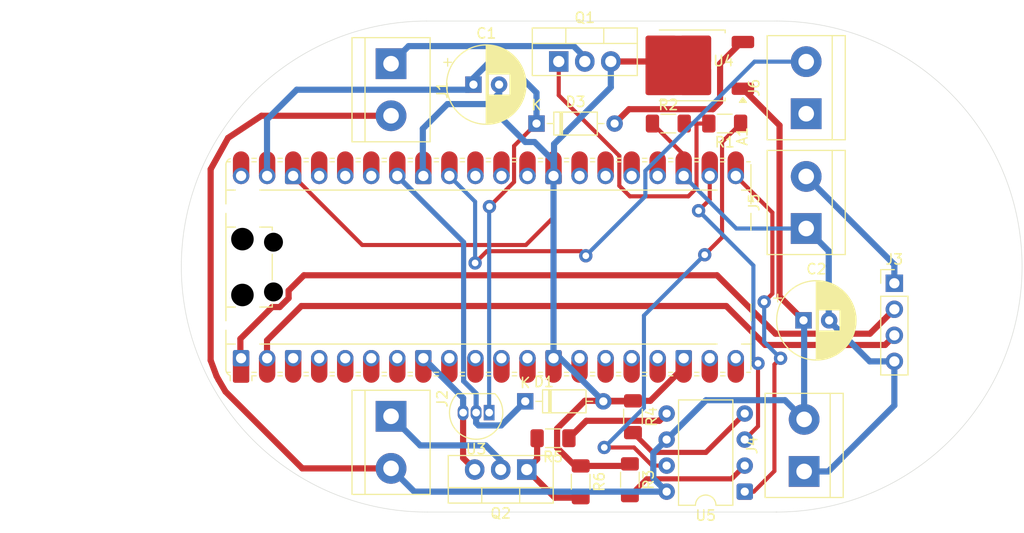
<source format=kicad_pcb>
(kicad_pcb (version 20241229) (generator "pcbnew") (generator_version "9.0")
  (layers (0 "F.Cu" signal) (2 "B.Cu" signal) (13 "F.Paste" user) (15 "B.Paste" user) (5 "F.SilkS" user "F.Silkscreen") (7 "B.SilkS" user "B.Silkscreen") (1 "F.Mask" user) (3 "B.Mask" user) (25 "Edge.Cuts" user))
  (net 0 "")
  (net 1 "GND")
  (net 2 "Net-(Q1-G)")
  (net 3 "Net-(R1-Pad1)")
  (net 10 "Net-(A1-GPIO16)")
  (net 14 "Net-(A1-GPIO17)")
  (net 19 "Net-(A1-GPIO1)")
  (net 20 "Net-(A1-GPIO26_ADC0)")
  (net 24 "Net-(A1-GPIO0)")
  (net 25 "Net-(A1-VSYS)")
  (net 28 "Net-(A1-GPIO27_ADC1)")
  (net 29 "Net-(A1-GPIO28_ADC2)")
  (net 34 "Net-(A1-3V3)")
  (net 36 "+24V")
  (net 37 "Net-(D3-A)")
  (net 38 "Net-(J1-Pin_1)")
  (net 39 "Net-(J2-Pin_1)")
  (net 40 "Net-(Q2-G)")
  (net 41 "Net-(R3-Pad2)")
  (net 42 "Net-(R4-Pad2)")
  (net 43 "Net-(R5-Pad1)")
  (footprint "Capacitor_THT:CP_Radial_D7.5mm_P2.50mm" (layer "F.Cu") (at 164.238606 100.7)
    (property "Reference" "C2" (at 1.25 -5 0) (layer "F.SilkS"))
    (property "Value" "100µF30V")
    (pad "1" thru_hole rect (at 0 0) (size 1.6 1.6) (drill 0.8) (layers "*.Cu" "*.Mask") (net 36 "+24V"))
    (pad "2" thru_hole circle (at 2.5 0) (size 1.6 1.6) (drill 0.8) (layers "*.Cu" "*.Mask") (net 1 "GND"))
  )
  (footprint "Package_TO_SOT_THT:TO-92_Inline" (layer "F.Cu") (at 133.57 109.7 180)
    (property "Reference" "U3" (at 1.27 -3.56 0) (layer "F.SilkS"))
    (property "Value" "LM35-LP")
    (pad "1" thru_hole rect (at 0 0 180) (size 1.05 1.5) (drill 0.75) (layers "*.Cu" "*.Mask") (net 25 "Net-(A1-VSYS)"))
    (pad "2" thru_hole oval (at 1.27 0 180) (size 1.05 1.5) (drill 0.75) (layers "*.Cu" "*.Mask") (net 29 "Net-(A1-GPIO28_ADC2)"))
    (pad "3" thru_hole oval (at 2.54 0 180) (size 1.05 1.5) (drill 0.75) (layers "*.Cu" "*.Mask") (net 1 "GND"))
  )
  (footprint "Resistor_SMD:R_1206_3216Metric_Pad1.30x1.75mm_HandSolder" (layer "F.Cu") (at 156.55 81.5 180)
    (property "Reference" "R1" (at 0 -1.82 0) (layer "F.SilkS"))
    (property "Value" "100")
    (pad "1" smd roundrect (at -1.55 0 180) (size 1.3 1.75) (layers "F.Cu" "F.Mask" "F.Paste") (roundrect_rratio 0.192308) (net 3 "Net-(R1-Pad1)"))
    (pad "2" smd roundrect (at 1.55 0 180) (size 1.3 1.75) (layers "F.Cu" "F.Mask" "F.Paste") (roundrect_rratio 0.192308) (net 2 "Net-(Q1-G)"))
  )
  (footprint "Diode_THT:D_DO-35_SOD27_P7.62mm_Horizontal" (layer "F.Cu") (at 138.19 81.5)
    (property "Reference" "D3" (at 3.81 -2.12 0) (layer "F.SilkS"))
    (property "Value" "1N4149")
    (fp_text user "K" (at 0 -1.8 0) (layer "F.SilkS"))
    (pad "1" thru_hole rect (at 0 0) (size 1.6 1.6) (drill 0.8) (layers "*.Cu" "*.Mask") (net 25 "Net-(A1-VSYS)"))
    (pad "2" thru_hole oval (at 7.62 0) (size 1.6 1.6) (drill 0.8) (layers "*.Cu" "*.Mask") (net 37 "Net-(D3-A)"))
  )
  (footprint "Diode_THT:D_DO-35_SOD27_P7.62mm_Horizontal" (layer "F.Cu") (at 137.09 108.6)
    (property "Reference" "D1" (at 1.81 -1.9 0) (layer "F.SilkS"))
    (property "Value" "3V")
    (fp_text user "K" (at 0 -1.8 0) (layer "F.SilkS"))
    (pad "1" thru_hole rect (at 0 0) (size 1.6 1.6) (drill 0.8) (layers "*.Cu" "*.Mask") (net 29 "Net-(A1-GPIO28_ADC2)"))
    (pad "2" thru_hole oval (at 7.62 0) (size 1.6 1.6) (drill 0.8) (layers "*.Cu" "*.Mask") (net 1 "GND"))
  )
  (footprint "Package_TO_SOT_THT:TO-220-3_Vertical" (layer "F.Cu") (at 137.24 115.255 180)
    (property "Reference" "Q2" (at 2.54 -4.27 0) (layer "F.SilkS"))
    (property "Value" "IRF540N")
    (pad "1" thru_hole rect (at 0 0 180) (size 1.905 2) (drill 1.1) (layers "*.Cu" "*.Mask") (net 40 "Net-(Q2-G)"))
    (pad "2" thru_hole oval (at 2.54 0 180) (size 1.905 2) (drill 1.1) (layers "*.Cu" "*.Mask") (net 39 "Net-(J2-Pin_1)"))
    (pad "3" thru_hole oval (at 5.08 0 180) (size 1.905 2) (drill 1.1) (layers "*.Cu" "*.Mask") (net 1 "GND"))
  )
  (footprint "TerminalBlock:TerminalBlock_bornier-2_P5.08mm" (layer "F.Cu") (at 164.3 115.44 90)
    (property "Reference" "J4" (at 2.54 -5.08 90) (layer "F.SilkS"))
    (property "Value" "Screw_Terminal_01x02")
    (pad "1" thru_hole rect (at 0 0 90) (size 3 3) (drill 1.52) (layers "*.Cu" "*.Mask") (net 1 "GND"))
    (pad "2" thru_hole circle (at 5.08 0 90) (size 3 3) (drill 1.52) (layers "*.Cu" "*.Mask") (net 36 "+24V"))
  )
  (footprint "Capacitor_THT:CP_Radial_D7.5mm_P2.50mm" (layer "F.Cu") (at 132.038606 77.7)
    (property "Reference" "C1" (at 1.25 -5 0) (layer "F.SilkS"))
    (property "Value" "100µF")
    (pad "1" thru_hole rect (at 0 0) (size 1.6 1.6) (drill 0.8) (layers "*.Cu" "*.Mask") (net 25 "Net-(A1-VSYS)"))
    (pad "2" thru_hole circle (at 2.5 0) (size 1.6 1.6) (drill 0.8) (layers "*.Cu" "*.Mask") (net 1 "GND"))
  )
  (footprint "Package_DIP:DIP-8_W7.62mm" (layer "F.Cu") (at 158.505 117.41 180)
    (property "Reference" "U5" (at 3.81 -2.33 0) (layer "F.SilkS"))
    (property "Value" "PC827")
    (pad "1" thru_hole roundrect (at 0 0 180) (size 1.6 1.6) (drill 0.8) (layers "*.Cu" "*.Mask") (roundrect_rratio 0.15625) (net 10 "Net-(A1-GPIO16)"))
    (pad "2" thru_hole circle (at 0 2.54 180) (size 1.6 1.6) (drill 0.8) (layers "*.Cu" "*.Mask") (net 41 "Net-(R3-Pad2)"))
    (pad "3" thru_hole circle (at 0 5.08 180) (size 1.6 1.6) (drill 0.8) (layers "*.Cu" "*.Mask") (net 14 "Net-(A1-GPIO17)"))
    (pad "4" thru_hole circle (at 0 7.62 180) (size 1.6 1.6) (drill 0.8) (layers "*.Cu" "*.Mask") (net 42 "Net-(R4-Pad2)"))
    (pad "5" thru_hole circle (at 7.62 7.62 180) (size 1.6 1.6) (drill 0.8) (layers "*.Cu" "*.Mask") (net 43 "Net-(R5-Pad1)"))
    (pad "6" thru_hole circle (at 7.62 5.08 180) (size 1.6 1.6) (drill 0.8) (layers "*.Cu" "*.Mask") (net 36 "+24V"))
    (pad "7" thru_hole circle (at 7.62 2.54 180) (size 1.6 1.6) (drill 0.8) (layers "*.Cu" "*.Mask") (net 3 "Net-(R1-Pad1)"))
    (pad "8" thru_hole circle (at 7.62 0 180) (size 1.6 1.6) (drill 0.8) (layers "*.Cu" "*.Mask") (net 36 "+24V"))
  )
  (footprint "Package_TO_SOT_THT:TO-220-3_Vertical" (layer "F.Cu") (at 140.36 75.445)
    (property "Reference" "Q1" (at 2.54 -4.27 0) (layer "F.SilkS"))
    (property "Value" "IRF540N")
    (pad "1" thru_hole rect (at 0 0) (size 1.905 2) (drill 1.1) (layers "*.Cu" "*.Mask") (net 2 "Net-(Q1-G)"))
    (pad "2" thru_hole oval (at 2.54 0) (size 1.905 2) (drill 1.1) (layers "*.Cu" "*.Mask") (net 38 "Net-(J1-Pin_1)"))
    (pad "3" thru_hole oval (at 5.08 0) (size 1.905 2) (drill 1.1) (layers "*.Cu" "*.Mask") (net 1 "GND"))
  )
  (footprint "Resistor_SMD:R_1206_3216Metric_Pad1.30x1.75mm_HandSolder" (layer "F.Cu") (at 139.8 112.2 180)
    (property "Reference" "R5" (at 0 -1.82 0) (layer "F.SilkS"))
    (property "Value" "100")
    (pad "1" smd roundrect (at -1.55 0 180) (size 1.3 1.75) (layers "F.Cu" "F.Mask" "F.Paste") (roundrect_rratio 0.192308) (net 43 "Net-(R5-Pad1)"))
    (pad "2" smd roundrect (at 1.55 0 180) (size 1.3 1.75) (layers "F.Cu" "F.Mask" "F.Paste") (roundrect_rratio 0.192308) (net 40 "Net-(Q2-G)"))
  )
  (footprint "Resistor_SMD:R_1206_3216Metric_Pad1.30x1.75mm_HandSolder" (layer "F.Cu") (at 147.3 116.25 -90)
    (property "Reference" "R3" (at 0 -1.82 90) (layer "F.SilkS"))
    (property "Value" "1k")
    (pad "1" smd roundrect (at -1.55 0 270) (size 1.3 1.75) (layers "F.Cu" "F.Mask" "F.Paste") (roundrect_rratio 0.192308) (net 1 "GND"))
    (pad "2" smd roundrect (at 1.55 0 270) (size 1.3 1.75) (layers "F.Cu" "F.Mask" "F.Paste") (roundrect_rratio 0.192308) (net 41 "Net-(R3-Pad2)"))
  )
  (footprint "Module:RaspberryPi_Pico_Common_Unspecified" (layer "F.Cu") (at 133.5 95.5 90)
    (property "Reference" "A1" (at 11.7475 24.765 90) (layer "F.SilkS") (effects (justify left)))
    (property "Value" "RaspberryPi_Pico")
    (pad "" np_thru_hole circle (at -2.725 -24 90) (size 2.2 2.2) (drill 2.2) (layers "*.Mask"))
    (pad "" np_thru_hole circle (at -2.425 -20.97 90) (size 1.85 1.85) (drill 1.85) (layers "*.Mask"))
    (pad "" np_thru_hole circle (at 2.425 -20.97 90) (size 1.85 1.85) (drill 1.85) (layers "*.Mask"))
    (pad "" np_thru_hole circle (at 2.725 -24 90) (size 2.2 2.2) (drill 2.2) (layers "*.Mask"))
    (pad "1" smd custom (at -9.69 -24.13 90) (size 1.6 0.8) (layers "F.Cu" "F.Mask") (net 24 "Net-(A1-GPIO0)") (options (clearance outline) (anchor rect)) (primitives (gr_circle (center 0.8 0) (end 1.6 0) (width 0) (fill yes)) (gr_poly (pts (xy -1.6 -0.6) (xy -1.6 0.6) (xy -1.4 0.8) (xy 0.8 0.8) (xy 0.8 -0.8) (xy -1.4 -0.8)) (width 0) (fill yes)) (gr_circle (center -1.4 -0.6) (end -1.2 -0.6) (width 0) (fill yes)) (gr_circle (center -1.4 0.6) (end -1.2 0.6) (width 0) (fill yes))))
    (pad "1" thru_hole roundrect (at -8.89 -24.13 90) (size 1.6 1.6) (drill 1) (layers "*.Cu" "*.Mask") (roundrect_rratio 0.125) (net 24 "Net-(A1-GPIO0)"))
    (pad "2" smd roundrect (at -9.69 -21.59 90) (size 3.2 1.6) (layers "F.Cu" "F.Mask") (roundrect_rratio 0.5) (net 19 "Net-(A1-GPIO1)"))
    (pad "2" thru_hole circle (at -8.89 -21.59 90) (size 1.6 1.6) (drill 1) (layers "*.Cu" "*.Mask") (net 19 "Net-(A1-GPIO1)"))
    (pad "3" smd custom (at -9.69 -19.05 90) (size 1.6 0.8) (layers "F.Cu" "F.Mask") (net 1 "GND") (options (clearance outline) (anchor rect)) (primitives (gr_circle (center -0.8 0) (end 0 0) (width 0) (fill yes)) (gr_poly (pts (xy 1.6 -0.6) (xy 1.6 0.6) (xy 1.4 0.8) (xy -0.8 0.8) (xy -0.8 -0.8) (xy 1.4 -0.8)) (width 0) (fill yes)) (gr_circle (center 1.4 -0.6) (end 1.6 -0.6) (width 0) (fill yes)) (gr_circle (center 1.4 0.6) (end 1.6 0.6) (width 0) (fill yes))))
    (pad "3" thru_hole custom (at -8.89 -19.05 90) (size 1.6 1.6) (drill 1) (layers "*.Cu" "*.Mask") (net 1 "GND") (options (clearance outline) (anchor circle)) (primitives (gr_poly (pts (xy 0.8 0.6) (xy 0.8 -0.6) (xy 0.6 -0.8) (xy 0 -0.8) (xy 0 0.8) (xy 0.6 0.8)) (width 0) (fill yes)) (gr_circle (center 0.6 0.6) (end 0.8 0.6) (width 0) (fill yes)) (gr_circle (center 0.6 -0.6) (end 0.8 -0.6) (width 0) (fill yes))))
    (pad "4" smd roundrect (at -9.69 -16.51 90) (size 3.2 1.6) (layers "F.Cu" "F.Mask") (roundrect_rratio 0.5))
    (pad "4" thru_hole circle (at -8.89 -16.51 90) (size 1.6 1.6) (drill 1) (layers "*.Cu" "*.Mask"))
    (pad "5" smd roundrect (at -9.69 -13.97 90) (size 3.2 1.6) (layers "F.Cu" "F.Mask") (roundrect_rratio 0.5))
    (pad "5" thru_hole circle (at -8.89 -13.97 90) (size 1.6 1.6) (drill 1) (layers "*.Cu" "*.Mask"))
    (pad "6" smd roundrect (at -9.69 -11.43 90) (size 3.2 1.6) (layers "F.Cu" "F.Mask") (roundrect_rratio 0.5))
    (pad "6" thru_hole circle (at -8.89 -11.43 90) (size 1.6 1.6) (drill 1) (layers "*.Cu" "*.Mask"))
    (pad "7" smd roundrect (at -9.69 -8.89 90) (size 3.2 1.6) (layers "F.Cu" "F.Mask") (roundrect_rratio 0.5))
    (pad "7" thru_hole circle (at -8.89 -8.89 90) (size 1.6 1.6) (drill 1) (layers "*.Cu" "*.Mask"))
    (pad "8" smd custom (at -9.69 -6.35 90) (size 1.6 0.8) (layers "F.Cu" "F.Mask") (net 1 "GND") (options (clearance outline) (anchor rect)) (primitives (gr_circle (center -0.8 0) (end 0 0) (width 0) (fill yes)) (gr_poly (pts (xy 1.6 -0.6) (xy 1.6 0.6) (xy 1.4 0.8) (xy -0.8 0.8) (xy -0.8 -0.8) (xy 1.4 -0.8)) (width 0) (fill yes)) (gr_circle (center 1.4 -0.6) (end 1.6 -0.6) (width 0) (fill yes)) (gr_circle (center 1.4 0.6) (end 1.6 0.6) (width 0) (fill yes))))
    (pad "8" thru_hole custom (at -8.89 -6.35 90) (size 1.6 1.6) (drill 1) (layers "*.Cu" "*.Mask") (net 1 "GND") (options (clearance outline) (anchor circle)) (primitives (gr_poly (pts (xy 0.8 0.6) (xy 0.8 -0.6) (xy 0.6 -0.8) (xy 0 -0.8) (xy 0 0.8) (xy 0.6 0.8)) (width 0) (fill yes)) (gr_circle (center 0.6 0.6) (end 0.8 0.6) (width 0) (fill yes)) (gr_circle (center 0.6 -0.6) (end 0.8 -0.6) (width 0) (fill yes))))
    (pad "9" smd roundrect (at -9.69 -3.81 90) (size 3.2 1.6) (layers "F.Cu" "F.Mask") (roundrect_rratio 0.5))
    (pad "9" thru_hole circle (at -8.89 -3.81 90) (size 1.6 1.6) (drill 1) (layers "*.Cu" "*.Mask"))
    (pad "10" smd roundrect (at -9.69 -1.27 90) (size 3.2 1.6) (layers "F.Cu" "F.Mask") (roundrect_rratio 0.5))
    (pad "10" thru_hole circle (at -8.89 -1.27 90) (size 1.6 1.6) (drill 1) (layers "*.Cu" "*.Mask"))
    (pad "11" smd roundrect (at -9.69 1.27 90) (size 3.2 1.6) (layers "F.Cu" "F.Mask") (roundrect_rratio 0.5))
    (pad "11" thru_hole circle (at -8.89 1.27 90) (size 1.6 1.6) (drill 1) (layers "*.Cu" "*.Mask"))
    (pad "12" smd roundrect (at -9.69 3.81 90) (size 3.2 1.6) (layers "F.Cu" "F.Mask") (roundrect_rratio 0.5))
    (pad "12" thru_hole circle (at -8.89 3.81 90) (size 1.6 1.6) (drill 1) (layers "*.Cu" "*.Mask"))
    (pad "13" smd custom (at -9.69 6.35 90) (size 1.6 0.8) (layers "F.Cu" "F.Mask") (net 1 "GND") (options (clearance outline) (anchor rect)) (primitives (gr_circle (center -0.8 0) (end 0 0) (width 0) (fill yes)) (gr_poly (pts (xy 1.6 -0.6) (xy 1.6 0.6) (xy 1.4 0.8) (xy -0.8 0.8) (xy -0.8 -0.8) (xy 1.4 -0.8)) (width 0) (fill yes)) (gr_circle (center 1.4 -0.6) (end 1.6 -0.6) (width 0) (fill yes)) (gr_circle (center 1.4 0.6) (end 1.6 0.6) (width 0) (fill yes))))
    (pad "13" thru_hole custom (at -8.89 6.35 90) (size 1.6 1.6) (drill 1) (layers "*.Cu" "*.Mask") (net 1 "GND") (options (clearance outline) (anchor circle)) (primitives (gr_poly (pts (xy 0.8 0.6) (xy 0.8 -0.6) (xy 0.6 -0.8) (xy 0 -0.8) (xy 0 0.8) (xy 0.6 0.8)) (width 0) (fill yes)) (gr_circle (center 0.6 0.6) (end 0.8 0.6) (width 0) (fill yes)) (gr_circle (center 0.6 -0.6) (end 0.8 -0.6) (width 0) (fill yes))))
    (pad "14" smd roundrect (at -9.69 8.89 90) (size 3.2 1.6) (layers "F.Cu" "F.Mask") (roundrect_rratio 0.5))
    (pad "14" thru_hole circle (at -8.89 8.89 90) (size 1.6 1.6) (drill 1) (layers "*.Cu" "*.Mask"))
    (pad "15" smd roundrect (at -9.69 11.43 90) (size 3.2 1.6) (layers "F.Cu" "F.Mask") (roundrect_rratio 0.5))
    (pad "15" thru_hole circle (at -8.89 11.43 90) (size 1.6 1.6) (drill 1) (layers "*.Cu" "*.Mask"))
    (pad "16" smd roundrect (at -9.69 13.97 90) (size 3.2 1.6) (layers "F.Cu" "F.Mask") (roundrect_rratio 0.5))
    (pad "16" thru_hole circle (at -8.89 13.97 90) (size 1.6 1.6) (drill 1) (layers "*.Cu" "*.Mask"))
    (pad "17" smd roundrect (at -9.69 16.51 90) (size 3.2 1.6) (layers "F.Cu" "F.Mask") (roundrect_rratio 0.5))
    (pad "17" thru_hole circle (at -8.89 16.51 90) (size 1.6 1.6) (drill 1) (layers "*.Cu" "*.Mask"))
    (pad "18" smd custom (at -9.69 19.05 90) (size 1.6 0.8) (layers "F.Cu" "F.Mask") (net 1 "GND") (options (clearance outline) (anchor rect)) (primitives (gr_circle (center -0.8 0) (end 0 0) (width 0) (fill yes)) (gr_poly (pts (xy 1.6 -0.6) (xy 1.6 0.6) (xy 1.4 0.8) (xy -0.8 0.8) (xy -0.8 -0.8) (xy 1.4 -0.8)) (width 0) (fill yes)) (gr_circle (center 1.4 -0.6) (end 1.6 -0.6) (width 0) (fill yes)) (gr_circle (center 1.4 0.6) (end 1.6 0.6) (width 0) (fill yes))))
    (pad "18" thru_hole custom (at -8.89 19.05 90) (size 1.6 1.6) (drill 1) (layers "*.Cu" "*.Mask") (net 1 "GND") (options (clearance outline) (anchor circle)) (primitives (gr_poly (pts (xy 0.8 0.6) (xy 0.8 -0.6) (xy 0.6 -0.8) (xy 0 -0.8) (xy 0 0.8) (xy 0.6 0.8)) (width 0) (fill yes)) (gr_circle (center 0.6 0.6) (end 0.8 0.6) (width 0) (fill yes)) (gr_circle (center 0.6 -0.6) (end 0.8 -0.6) (width 0) (fill yes))))
    (pad "19" smd roundrect (at -9.69 21.59 90) (size 3.2 1.6) (layers "F.Cu" "F.Mask") (roundrect_rratio 0.5))
    (pad "19" thru_hole circle (at -8.89 21.59 90) (size 1.6 1.6) (drill 1) (layers "*.Cu" "*.Mask"))
    (pad "20" smd roundrect (at -9.69 24.13 90) (size 3.2 1.6) (layers "F.Cu" "F.Mask") (roundrect_rratio 0.5))
    (pad "20" thru_hole circle (at -8.89 24.13 90) (size 1.6 1.6) (drill 1) (layers "*.Cu" "*.Mask"))
    (pad "21" thru_hole circle (at 8.89 24.13 90) (size 1.6 1.6) (drill 1) (layers "*.Cu" "*.Mask") (net 10 "Net-(A1-GPIO16)"))
    (pad "21" smd roundrect (at 9.69 24.13 90) (size 3.2 1.6) (layers "F.Cu" "F.Mask") (roundrect_rratio 0.5) (net 10 "Net-(A1-GPIO16)"))
    (pad "22" thru_hole circle (at 8.89 21.59 90) (size 1.6 1.6) (drill 1) (layers "*.Cu" "*.Mask") (net 14 "Net-(A1-GPIO17)"))
    (pad "22" smd roundrect (at 9.69 21.59 90) (size 3.2 1.6) (layers "F.Cu" "F.Mask") (roundrect_rratio 0.5) (net 14 "Net-(A1-GPIO17)"))
    (pad "23" thru_hole custom (at 8.89 19.05 90) (size 1.6 1.6) (drill 1) (layers "*.Cu" "*.Mask") (net 1 "GND") (options (clearance outline) (anchor circle)) (primitives (gr_poly (pts (xy -0.8 0.6) (xy -0.8 -0.6) (xy -0.6 -0.8) (xy 0 -0.8) (xy 0 0.8) (xy -0.6 0.8)) (width 0) (fill yes)) (gr_circle (center -0.6 0.6) (end -0.4 0.6) (width 0) (fill yes)) (gr_circle (center -0.6 -0.6) (end -0.4 -0.6) (width 0) (fill yes))))
    (pad "23" smd custom (at 9.69 19.05 90) (size 1.6 0.8) (layers "F.Cu" "F.Mask") (net 1 "GND") (options (clearance outline) (anchor rect)) (primitives (gr_circle (center 0.8 0) (end 1.6 0) (width 0) (fill yes)) (gr_poly (pts (xy -1.6 -0.6) (xy -1.6 0.6) (xy -1.4 0.8) (xy 0.8 0.8) (xy 0.8 -0.8) (xy -1.4 -0.8)) (width 0) (fill yes)) (gr_circle (center -1.4 -0.6) (end -1.2 -0.6) (width 0) (fill yes)) (gr_circle (center -1.4 0.6) (end -1.2 0.6) (width 0) (fill yes))))
    (pad "24" thru_hole circle (at 8.89 16.51 90) (size 1.6 1.6) (drill 1) (layers "*.Cu" "*.Mask"))
    (pad "24" smd roundrect (at 9.69 16.51 90) (size 3.2 1.6) (layers "F.Cu" "F.Mask") (roundrect_rratio 0.5))
    (pad "25" thru_hole circle (at 8.89 13.97 90) (size 1.6 1.6) (drill 1) (layers "*.Cu" "*.Mask"))
    (pad "25" smd roundrect (at 9.69 13.97 90) (size 3.2 1.6) (layers "F.Cu" "F.Mask") (roundrect_rratio 0.5))
    (pad "26" thru_hole circle (at 8.89 11.43 90) (size 1.6 1.6) (drill 1) (layers "*.Cu" "*.Mask"))
    (pad "26" smd roundrect (at 9.69 11.43 90) (size 3.2 1.6) (layers "F.Cu" "F.Mask") (roundrect_rratio 0.5))
    (pad "27" thru_hole circle (at 8.89 8.89 90) (size 1.6 1.6) (drill 1) (layers "*.Cu" "*.Mask"))
    (pad "27" smd roundrect (at 9.69 8.89 90) (size 3.2 1.6) (layers "F.Cu" "F.Mask") (roundrect_rratio 0.5))
    (pad "28" thru_hole custom (at 8.89 6.35 90) (size 1.6 1.6) (drill 1) (layers "*.Cu" "*.Mask") (net 1 "GND") (options (clearance outline) (anchor circle)) (primitives (gr_poly (pts (xy -0.8 0.6) (xy -0.8 -0.6) (xy -0.6 -0.8) (xy 0 -0.8) (xy 0 0.8) (xy -0.6 0.8)) (width 0) (fill yes)) (gr_circle (center -0.6 0.6) (end -0.4 0.6) (width 0) (fill yes)) (gr_circle (center -0.6 -0.6) (end -0.4 -0.6) (width 0) (fill yes))))
    (pad "28" smd custom (at 9.69 6.35 90) (size 1.6 0.8) (layers "F.Cu" "F.Mask") (net 1 "GND") (options (clearance outline) (anchor rect)) (primitives (gr_circle (center 0.8 0) (end 1.6 0) (width 0) (fill yes)) (gr_poly (pts (xy -1.6 -0.6) (xy -1.6 0.6) (xy -1.4 0.8) (xy 0.8 0.8) (xy 0.8 -0.8) (xy -1.4 -0.8)) (width 0) (fill yes)) (gr_circle (center -1.4 -0.6) (end -1.2 -0.6) (width 0) (fill yes)) (gr_circle (center -1.4 0.6) (end -1.2 0.6) (width 0) (fill yes))))
    (pad "29" thru_hole circle (at 8.89 3.81 90) (size 1.6 1.6) (drill 1) (layers "*.Cu" "*.Mask"))
    (pad "29" smd roundrect (at 9.69 3.81 90) (size 3.2 1.6) (layers "F.Cu" "F.Mask") (roundrect_rratio 0.5))
    (pad "30" thru_hole circle (at 8.89 1.27 90) (size 1.6 1.6) (drill 1) (layers "*.Cu" "*.Mask"))
    (pad "30" smd roundrect (at 9.69 1.27 90) (size 3.2 1.6) (layers "F.Cu" "F.Mask") (roundrect_rratio 0.5))
    (pad "31" thru_hole circle (at 8.89 -1.27 90) (size 1.6 1.6) (drill 1) (layers "*.Cu" "*.Mask") (net 20 "Net-(A1-GPIO26_ADC0)"))
    (pad "31" smd roundrect (at 9.69 -1.27 90) (size 3.2 1.6) (layers "F.Cu" "F.Mask") (roundrect_rratio 0.5) (net 20 "Net-(A1-GPIO26_ADC0)"))
    (pad "32" thru_hole circle (at 8.89 -3.81 90) (size 1.6 1.6) (drill 1) (layers "*.Cu" "*.Mask") (net 28 "Net-(A1-GPIO27_ADC1)"))
    (pad "32" smd roundrect (at 9.69 -3.81 90) (size 3.2 1.6) (layers "F.Cu" "F.Mask") (roundrect_rratio 0.5) (net 28 "Net-(A1-GPIO27_ADC1)"))
    (pad "33" thru_hole custom (at 8.89 -6.35 90) (size 1.6 1.6) (drill 1) (layers "*.Cu" "*.Mask") (net 1 "GND") (options (clearance outline) (anchor circle)) (primitives (gr_poly (pts (xy -0.8 0.6) (xy -0.8 -0.6) (xy -0.6 -0.8) (xy 0 -0.8) (xy 0 0.8) (xy -0.6 0.8)) (width 0) (fill yes)) (gr_circle (center -0.6 0.6) (end -0.4 0.6) (width 0) (fill yes)) (gr_circle (center -0.6 -0.6) (end -0.4 -0.6) (width 0) (fill yes))))
    (pad "33" smd custom (at 9.69 -6.35 90) (size 1.6 0.8) (layers "F.Cu" "F.Mask") (net 1 "GND") (options (clearance outline) (anchor rect)) (primitives (gr_circle (center 0.8 0) (end 1.6 0) (width 0) (fill yes)) (gr_poly (pts (xy -1.6 -0.6) (xy -1.6 0.6) (xy -1.4 0.8) (xy 0.8 0.8) (xy 0.8 -0.8) (xy -1.4 -0.8)) (width 0) (fill yes)) (gr_circle (center -1.4 -0.6) (end -1.2 -0.6) (width 0) (fill yes)) (gr_circle (center -1.4 0.6) (end -1.2 0.6) (width 0) (fill yes))))
    (pad "34" thru_hole circle (at 8.89 -8.89 90) (size 1.6 1.6) (drill 1) (layers "*.Cu" "*.Mask") (net 29 "Net-(A1-GPIO28_ADC2)"))
    (pad "34" smd roundrect (at 9.69 -8.89 90) (size 3.2 1.6) (layers "F.Cu" "F.Mask") (roundrect_rratio 0.5) (net 29 "Net-(A1-GPIO28_ADC2)"))
    (pad "35" thru_hole circle (at 8.89 -11.43 90) (size 1.6 1.6) (drill 1) (layers "*.Cu" "*.Mask"))
    (pad "35" smd roundrect (at 9.69 -11.43 90) (size 3.2 1.6) (layers "F.Cu" "F.Mask") (roundrect_rratio 0.5))
    (pad "36" thru_hole circle (at 8.89 -13.97 90) (size 1.6 1.6) (drill 1) (layers "*.Cu" "*.Mask") (net 34 "Net-(A1-3V3)"))
    (pad "36" smd roundrect (at 9.69 -13.97 90) (size 3.2 1.6) (layers "F.Cu" "F.Mask") (roundrect_rratio 0.5) (net 34 "Net-(A1-3V3)"))
    (pad "37" thru_hole circle (at 8.89 -16.51 90) (size 1.6 1.6) (drill 1) (layers "*.Cu" "*.Mask"))
    (pad "37" smd roundrect (at 9.69 -16.51 90) (size 3.2 1.6) (layers "F.Cu" "F.Mask") (roundrect_rratio 0.5))
    (pad "38" thru_hole custom (at 8.89 -19.05 90) (size 1.6 1.6) (drill 1) (layers "*.Cu" "*.Mask") (net 1 "GND") (options (clearance outline) (anchor circle)) (primitives (gr_poly (pts (xy -0.8 0.6) (xy -0.8 -0.6) (xy -0.6 -0.8) (xy 0 -0.8) (xy 0 0.8) (xy -0.6 0.8)) (width 0) (fill yes)) (gr_circle (center -0.6 0.6) (end -0.4 0.6) (width 0) (fill yes)) (gr_circle (center -0.6 -0.6) (end -0.4 -0.6) (width 0) (fill yes))))
    (pad "38" smd custom (at 9.69 -19.05 90) (size 1.6 0.8) (layers "F.Cu" "F.Mask") (net 1 "GND") (options (clearance outline) (anchor rect)) (primitives (gr_circle (center 0.8 0) (end 1.6 0) (width 0) (fill yes)) (gr_poly (pts (xy -1.6 -0.6) (xy -1.6 0.6) (xy -1.4 0.8) (xy 0.8 0.8) (xy 0.8 -0.8) (xy -1.4 -0.8)) (width 0) (fill yes)) (gr_circle (center -1.4 -0.6) (end -1.2 -0.6) (width 0) (fill yes)) (gr_circle (center -1.4 0.6) (end -1.2 0.6) (width 0) (fill yes))))
    (pad "39" thru_hole circle (at 8.89 -21.59 90) (size 1.6 1.6) (drill 1) (layers "*.Cu" "*.Mask") (net 25 "Net-(A1-VSYS)"))
    (pad "39" smd roundrect (at 9.69 -21.59 90) (size 3.2 1.6) (layers "F.Cu" "F.Mask") (roundrect_rratio 0.5) (net 25 "Net-(A1-VSYS)"))
    (pad "40" thru_hole circle (at 8.89 -24.13 90) (size 1.6 1.6) (drill 1) (layers "*.Cu" "*.Mask"))
    (pad "40" smd roundrect (at 9.69 -24.13 90) (size 3.2 1.6) (layers "F.Cu" "F.Mask") (roundrect_rratio 0.5))
  )
  (footprint "Connector_PinHeader_2.54mm:PinHeader_1x04_P2.54mm_Vertical" (layer "F.Cu") (at 173.1 97.08)
    (property "Reference" "J3" (at 0 -2.33 0) (layer "F.SilkS"))
    (property "Value" "Conn_01x04")
    (pad "1" thru_hole rect (at 0 0) (size 1.7 1.7) (drill 1) (layers "*.Cu" "*.Mask") (net 34 "Net-(A1-3V3)"))
    (pad "2" thru_hole oval (at 0 2.54) (size 1.7 1.7) (drill 1) (layers "*.Cu" "*.Mask") (net 24 "Net-(A1-GPIO0)"))
    (pad "3" thru_hole oval (at 0 5.08) (size 1.7 1.7) (drill 1) (layers "*.Cu" "*.Mask") (net 19 "Net-(A1-GPIO1)"))
    (pad "4" thru_hole oval (at 0 7.62) (size 1.7 1.7) (drill 1) (layers "*.Cu" "*.Mask") (net 1 "GND"))
  )
  (footprint "TerminalBlock:TerminalBlock_bornier-2_P5.08mm" (layer "F.Cu") (at 124 75.66 -90)
    (property "Reference" "J1" (at 2.58 -5 90) (layer "F.SilkS"))
    (property "Value" "Screw_Terminal_01x02")
    (pad "1" thru_hole rect (at 0 0 270) (size 3 3) (drill 1.52) (layers "*.Cu" "*.Mask") (net 38 "Net-(J1-Pin_1)"))
    (pad "2" thru_hole circle (at 5.08 0 270) (size 3 3) (drill 1.52) (layers "*.Cu" "*.Mask") (net 36 "+24V"))
  )
  (footprint "TerminalBlock:TerminalBlock_bornier-2_P5.08mm" (layer "F.Cu") (at 164.5 91.74 90)
    (property "Reference" "J5" (at 2.54 -5.08 90) (layer "F.SilkS"))
    (property "Value" "Screw_Terminal_01x02")
    (pad "1" thru_hole rect (at 0 0 90) (size 3 3) (drill 1.52) (layers "*.Cu" "*.Mask") (net 1 "GND"))
    (pad "2" thru_hole circle (at 5.08 0 90) (size 3 3) (drill 1.52) (layers "*.Cu" "*.Mask") (net 34 "Net-(A1-3V3)"))
  )
  (footprint "Resistor_SMD:R_1206_3216Metric_Pad1.30x1.75mm_HandSolder" (layer "F.Cu") (at 142.5 116.45 -90)
    (property "Reference" "R6" (at 0 -1.82 90) (layer "F.SilkS"))
    (property "Value" "1k")
    (pad "1" smd roundrect (at -1.55 0 270) (size 1.3 1.75) (layers "F.Cu" "F.Mask" "F.Paste") (roundrect_rratio 0.192308) (net 1 "GND"))
    (pad "2" smd roundrect (at 1.55 0 270) (size 1.3 1.75) (layers "F.Cu" "F.Mask" "F.Paste") (roundrect_rratio 0.192308) (net 40 "Net-(Q2-G)"))
  )
  (footprint "TerminalBlock:TerminalBlock_bornier-2_P5.08mm" (layer "F.Cu") (at 164.5 80.54 90)
    (property "Reference" "J6" (at 2.54 -5.08 90) (layer "F.SilkS"))
    (property "Value" "Screw_Terminal_01x02")
    (pad "1" thru_hole rect (at 0 0 90) (size 3 3) (drill 1.52) (layers "*.Cu" "*.Mask") (net 20 "Net-(A1-GPIO26_ADC0)"))
    (pad "2" thru_hole circle (at 5.08 0 90) (size 3 3) (drill 1.52) (layers "*.Cu" "*.Mask") (net 28 "Net-(A1-GPIO27_ADC1)"))
  )
  (footprint "Resistor_SMD:R_1206_3216Metric_Pad1.30x1.75mm_HandSolder" (layer "F.Cu") (at 151.05 81.5)
    (property "Reference" "R2" (at 0 -1.82 0) (layer "F.SilkS"))
    (property "Value" "1k")
    (pad "1" smd roundrect (at -1.55 0) (size 1.3 1.75) (layers "F.Cu" "F.Mask" "F.Paste") (roundrect_rratio 0.192308) (net 1 "GND"))
    (pad "2" smd roundrect (at 1.55 0) (size 1.3 1.75) (layers "F.Cu" "F.Mask" "F.Paste") (roundrect_rratio 0.192308) (net 2 "Net-(Q1-G)"))
  )
  (footprint "Package_TO_SOT_SMD:TO-252-2" (layer "F.Cu") (at 153.285 75.825 180)
    (property "Reference" "U4" (at -3.14 0.4275 0) (layer "F.SilkS"))
    (property "Value" "LF50_TO252")
    (pad "1" smd roundrect (at -5.04 -2.28 180) (size 2.2 1.2) (layers "F.Cu" "F.Mask" "F.Paste") (roundrect_rratio 0.208333) (net 36 "+24V"))
    (pad "2" smd roundrect (at -0.415 -1.525 180) (size 3.05 2.75) (layers "F.Cu" "F.Paste") (roundrect_rratio 0.090909) (net 1 "GND"))
    (pad "2" smd roundrect (at -0.415 1.525 180) (size 3.05 2.75) (layers "F.Cu" "F.Paste") (roundrect_rratio 0.090909) (net 1 "GND"))
    (pad "2" smd roundrect (at 1.26 0 180) (size 6.4 5.8) (layers "F.Cu" "F.Mask") (roundrect_rratio 0.043103) (net 1 "GND"))
    (pad "2" smd roundrect (at 2.935 -1.525 180) (size 3.05 2.75) (layers "F.Cu" "F.Paste") (roundrect_rratio 0.090909) (net 1 "GND"))
    (pad "2" smd roundrect (at 2.935 1.525 180) (size 3.05 2.75) (layers "F.Cu" "F.Paste") (roundrect_rratio 0.090909) (net 1 "GND"))
    (pad "3" smd roundrect (at -5.04 2.28 180) (size 2.2 1.2) (layers "F.Cu" "F.Mask" "F.Paste") (roundrect_rratio 0.208333) (net 37 "Net-(D3-A)"))
  )
  (footprint "Resistor_SMD:R_1206_3216Metric_Pad1.30x1.75mm_HandSolder" (layer "F.Cu") (at 147.6 110.1 -90)
    (property "Reference" "R4" (at 0 -1.82 90) (layer "F.SilkS"))
    (property "Value" "1k")
    (pad "1" smd roundrect (at -1.55 0 270) (size 1.3 1.75) (layers "F.Cu" "F.Mask" "F.Paste") (roundrect_rratio 0.192308) (net 1 "GND"))
    (pad "2" smd roundrect (at 1.55 0 270) (size 1.3 1.75) (layers "F.Cu" "F.Mask" "F.Paste") (roundrect_rratio 0.192308) (net 42 "Net-(R4-Pad2)"))
  )
  (footprint "TerminalBlock:TerminalBlock_bornier-2_P5.08mm" (layer "F.Cu") (at 124 110.06 -90)
    (property "Reference" "J2" (at -1.72 -5 90) (layer "F.SilkS"))
    (property "Value" "Screw_Terminal_01x02")
    (pad "1" thru_hole rect (at 0 0 270) (size 3 3) (drill 1.52) (layers "*.Cu" "*.Mask") (net 39 "Net-(J2-Pin_1)"))
    (pad "2" thru_hole circle (at 5.08 0 270) (size 3 3) (drill 1.52) (layers "*.Cu" "*.Mask") (net 36 "+24V"))
  )
  (gr_line (start 127.450033 71.500123) (end 161.645218 71.500123) (stroke (width 0.05)) (layer "Edge.Cuts"))
  (gr_arc (start 127.549249 119.399999) (mid 103.55 95.497424) (end 127.454531 71.500123) (stroke (width 0.05)) (layer "Edge.Cuts"))
  (gr_line (start 127.549249 119.399998) (end 161.643625 119.4) (stroke (width 0.05)) (layer "Edge.Cuts"))
  (gr_arc (start 161.644718 71.500122) (mid 185.54925 95.497424) (end 161.55 119.4) (stroke (width 0.05)) (layer "Edge.Cuts"))
  (segment (start 140.199 113.143002) (end 141.955998 114.9) (width 0.6) (layer "F.Cu") (net 1))
  (segment (start 147.55 108.6) (end 147.6 108.55) (width 0.6) (layer "F.Cu") (net 1))
  (segment (start 149.0825 75.445) (end 150.425 74.1025) (width 0.6) (layer "F.Cu") (net 1))
  (segment (start 137.151 93.349) (end 139.9 90.6) (width 0.4) (layer "F.Cu") (net 1))
  (segment (start 147.6 108.55) (end 142.905998 108.55) (width 0.6) (layer "F.Cu") (net 1))
  (segment (start 152.55 84.55) (end 149.5 81.5) (width 0.4) (layer "F.Cu") (net 1))
  (segment (start 142.5 114.9) (end 147.1 114.9) (width 0.6) (layer "F.Cu") (net 1))
  (segment (start 142.905998 108.55) (end 140.199 111.256998) (width 0.6) (layer "F.Cu") (net 1))
  (segment (start 132.16 115.255) (end 131.03 114.125) (width 0.6) (layer "F.Cu") (net 1))
  (segment (start 131.03 114.125) (end 131.03 109.7) (width 0.6) (layer "F.Cu") (net 1))
  (segment (start 114.45 86.61) (end 121.189 93.349) (width 0.4) (layer "F.Cu") (net 1))
  (segment (start 152.55 86.61) (end 152.55 84.55) (width 0.4) (layer "F.Cu") (net 1))
  (segment (start 140.199 111.256998) (end 140.199 113.143002) (width 0.6) (layer "F.Cu") (net 1))
  (segment (start 139.85 90.55) (end 139.85 86.61) (width 0.4) (layer "F.Cu") (net 1))
  (segment (start 147.1 114.9) (end 147.3 114.7) (width 0.6) (layer "F.Cu") (net 1))
  (segment (start 144.71 108.6) (end 147.55 108.6) (width 0.6) (layer "F.Cu") (net 1))
  (segment (start 145.44 75.445) (end 149.0825 75.445) (width 0.6) (layer "F.Cu") (net 1))
  (segment (start 149.289894 108.55) (end 147.6 108.55) (width 0.6) (layer "F.Cu") (net 1))
  (segment (start 139.9 90.6) (end 139.85 90.55) (width 0.4) (layer "F.Cu") (net 1))
  (segment (start 152.55 104.39) (end 152.55 105.289894) (width 0.6) (layer "F.Cu") (net 1))
  (segment (start 121.189 93.349) (end 137.151 93.349) (width 0.4) (layer "F.Cu") (net 1))
  (segment (start 141.955998 114.9) (end 142.5 114.9) (width 0.6) (layer "F.Cu") (net 1))
  (segment (start 152.55 105.289894) (end 149.289894 108.55) (width 0.6) (layer "F.Cu") (net 1))
  (segment (start 139.85 86.61) (end 139.9 86.56) (width 0.6) (layer "B.Cu") (net 1))
  (segment (start 134.538606 77.7) (end 134.538606 80.738606) (width 0.6) (layer "B.Cu") (net 1))
  (segment (start 134.538606 77.7) (end 134.538606 78.561394) (width 0.6) (layer "B.Cu") (net 1))
  (segment (start 134.538606 78.561394) (end 133.5 79.6) (width 0.6) (layer "B.Cu") (net 1))
  (segment (start 137.1 83.3) (end 138 83.3) (width 0.6) (layer "B.Cu") (net 1))
  (segment (start 127.1 82) (end 127.1 86.56) (width 0.6) (layer "B.Cu") (net 1))
  (segment (start 145.44 77.96) (end 145.44 75.445) (width 0.6) (layer "B.Cu") (net 1))
  (segment (start 131.03 109.7) (end 131.03 108.27) (width 0.6) (layer "B.Cu") (net 1))
  (segment (start 173.1 104.7) (end 170.7 104.7) (width 0.6) (layer "B.Cu") (net 1))
  (segment (start 133.5 79.6) (end 129.5 79.6) (width 0.6) (layer "B.Cu") (net 1))
  (segment (start 134.538606 80.738606) (end 137.1 83.3) (width 0.6) (layer "B.Cu") (net 1))
  (segment (start 173.1 104.7) (end 173.1 109) (width 0.6) (layer "B.Cu") (net 1))
  (segment (start 139.85 85.15) (end 139.85 86.61) (width 0.6) (layer "B.Cu") (net 1))
  (segment (start 166.7 93.94) (end 166.7 100.661394) (width 0.6) (layer "B.Cu") (net 1))
  (segment (start 139.85 104.39) (end 139.85 86.61) (width 0.6) (layer "B.Cu") (net 1))
  (segment (start 131.03 108.27) (end 127.15 104.39) (width 0.6) (layer "B.Cu") (net 1))
  (segment (start 166.7 100.661394) (end 166.738606 100.7) (width 0.6) (layer "B.Cu") (net 1))
  (segment (start 170.7 104.7) (end 166.738606 100.738606) (width 0.6) (layer "B.Cu") (net 1))
  (segment (start 173.1 109) (end 166.66 115.44) (width 0.6) (layer "B.Cu") (net 1))
  (segment (start 139.9 86.56) (end 139.9 83.5) (width 0.6) (layer "B.Cu") (net 1))
  (segment (start 138 83.3) (end 139.85 85.15) (width 0.6) (layer "B.Cu") (net 1))
  (segment (start 144.71 108.6) (end 140.5 104.39) (width 0.6) (layer "B.Cu") (net 1))
  (segment (start 157.68 91.74) (end 164.5 91.74) (width 0.4) (layer "B.Cu") (net 1))
  (segment (start 152.55 86.61) (end 157.68 91.74) (width 0.4) (layer "B.Cu") (net 1))
  (segment (start 166.66 115.44) (end 164.3 115.44) (width 0.6) (layer "B.Cu") (net 1))
  (segment (start 127.1 86.56) (end 127.15 86.61) (width 0.6) (layer "B.Cu") (net 1))
  (segment (start 164.5 91.74) (end 166.7 93.94) (width 0.6) (layer "B.Cu") (net 1))
  (segment (start 139.9 83.5) (end 145.44 77.96) (width 0.6) (layer "B.Cu") (net 1))
  (segment (start 140.5 104.39) (end 139.85 104.39) (width 0.6) (layer "B.Cu") (net 1))
  (segment (start 166.738606 100.738606) (end 166.738606 100.7) (width 0.6) (layer "B.Cu") (net 1))
  (segment (start 129.5 79.6) (end 127.1 82) (width 0.6) (layer "B.Cu") (net 1))
  (segment (start 146.269 84.650528) (end 146.269 87.569) (width 0.4) (layer "F.Cu") (net 2))
  (segment (start 153.8 87.8) (end 153.8 81.5) (width 0.4) (layer "F.Cu") (net 2))
  (segment (start 140.36 75.445) (end 140.36 78.741528) (width 0.4) (layer "F.Cu") (net 2))
  (segment (start 146.269 87.569) (end 147.3 88.6) (width 0.4) (layer "F.Cu") (net 2))
  (segment (start 152.6 81.5) (end 153.8 81.5) (width 0.4) (layer "F.Cu") (net 2))
  (segment (start 140.36 78.741528) (end 146.269 84.650528) (width 0.4) (layer "F.Cu") (net 2))
  (segment (start 153 88.6) (end 153.8 87.8) (width 0.4) (layer "F.Cu") (net 2))
  (segment (start 153.8 81.5) (end 155 81.5) (width 0.4) (layer "F.Cu") (net 2))
  (segment (start 147.3 88.6) (end 153 88.6) (width 0.4) (layer "F.Cu") (net 2))
  (segment (start 156.291 83.309) (end 156.291 92.609) (width 0.4) (layer "F.Cu") (net 3))
  (segment (start 158.1 81.5) (end 156.291 83.309) (width 0.4) (layer "F.Cu") (net 3))
  (segment (start 149.47 114.87) (end 150.885 114.87) (width 0.4) (layer "F.Cu") (net 3))
  (segment (start 156.291 92.609) (end 154.6 94.3) (width 0.4) (layer "F.Cu") (net 3))
  (segment (start 147.7 113.1) (end 149.47 114.87) (width 0.4) (layer "F.Cu") (net 3))
  (segment (start 144.8 113.1) (end 147.7 113.1) (width 0.4) (layer "F.Cu") (net 3))
  (via (at 144.8 113.1) (size 1.3) (drill 0.65) (layers "F.Cu" "B.Cu") (net 3))
  (via (at 154.6 94.3) (size 1.3) (drill 0.65) (layers "F.Cu" "B.Cu") (net 3))
  (segment (start 148.671 100.229) (end 148.671 109.229) (width 0.4) (layer "B.Cu") (net 3))
  (segment (start 154.6 94.3) (end 148.671 100.229) (width 0.4) (layer "B.Cu") (net 3))
  (segment (start 148.671 109.229) (end 144.8 113.1) (width 0.4) (layer "B.Cu") (net 3))
  (segment (start 161.2 90.18) (end 161.2 98.1) (width 0.4) (layer "F.Cu") (net 10))
  (segment (start 157.63 86.61) (end 161.2 90.18) (width 0.4) (layer "F.Cu") (net 10))
  (segment (start 161.2 98.1) (end 160.4 98.9) (width 0.4) (layer "F.Cu") (net 10))
  (segment (start 162 104.4) (end 161.4 105) (width 0.4) (layer "F.Cu") (net 10))
  (segment (start 161.4 105) (end 161.4 115.4) (width 0.4) (layer "F.Cu") (net 10))
  (segment (start 161.4 115.4) (end 159.39 117.41) (width 0.4) (layer "F.Cu") (net 10))
  (segment (start 159.39 117.41) (end 158.505 117.41) (width 0.4) (layer "F.Cu") (net 10))
  (via (at 162 104.4) (size 1.3) (drill 0.65) (layers "F.Cu" "B.Cu") (net 10))
  (via (at 160.4 98.9) (size 1.3) (drill 0.65) (layers "F.Cu" "B.Cu") (net 10))
  (segment (start 160.4 102.8) (end 160.4 98.9) (width 0.4) (layer "B.Cu") (net 10))
  (segment (start 162 104.4) (end 160.4 102.8) (width 0.4) (layer "B.Cu") (net 10))
  (segment (start 159.8 111.035) (end 159.8 104.9) (width 0.4) (layer "F.Cu") (net 14))
  (segment (start 154 90) (end 155.09 88.91) (width 0.4) (layer "F.Cu") (net 14))
  (segment (start 158.505 112.33) (end 159.8 111.035) (width 0.4) (layer "F.Cu") (net 14))
  (segment (start 155.09 88.91) (end 155.09 85.81) (width 0.4) (layer "F.Cu") (net 14))
  (via (at 154 90) (size 1.3) (drill 0.65) (layers "F.Cu" "B.Cu") (net 14))
  (via (at 159.8 104.9) (size 1.3) (drill 0.65) (layers "F.Cu" "B.Cu") (net 14))
  (segment (start 159.349 104.449) (end 159.349 95.349) (width 0.4) (layer "B.Cu") (net 14))
  (segment (start 159.349 95.349) (end 154 90) (width 0.4) (layer "B.Cu") (net 14))
  (segment (start 159.8 104.9) (end 159.349 104.449) (width 0.4) (layer "B.Cu") (net 14))
  (segment (start 115.25 99.3) (end 111.9 102.65) (width 0.6) (layer "F.Cu") (net 19))
  (segment (start 173.12 102.18) (end 172.2 103.1) (width 0.6) (layer "F.Cu") (net 19))
  (segment (start 172.2 103.1) (end 160.5 103.1) (width 0.6) (layer "F.Cu") (net 19))
  (segment (start 156.7 99.3) (end 115.25 99.3) (width 0.6) (layer "F.Cu") (net 19))
  (segment (start 160.5 103.1) (end 156.7 99.3) (width 0.6) (layer "F.Cu") (net 19))
  (segment (start 173.1 102.16) (end 173.12 102.18) (width 0.6) (layer "F.Cu") (net 19))
  (segment (start 111.9 104.38) (end 111.91 104.39) (width 0.6) (layer "F.Cu") (net 19))
  (segment (start 111.9 102.65) (end 111.9 104.38) (width 0.6) (layer "F.Cu") (net 19))
  (segment (start 113.141379 99.401) (end 112.399 99.401) (width 0.6) (layer "F.Cu") (net 24))
  (segment (start 155.8 96.3) (end 115.5 96.3) (width 0.6) (layer "F.Cu") (net 24))
  (segment (start 112.399 99.401) (end 109.3 102.5) (width 0.6) (layer "F.Cu") (net 24))
  (segment (start 170.719 102.001) (end 161.501 102.001) (width 0.6) (layer "F.Cu") (net 24))
  (segment (start 173.1 99.62) (end 170.719 102.001) (width 0.6) (layer "F.Cu") (net 24))
  (segment (start 109.3 104.32) (end 109.37 104.39) (width 0.6) (layer "F.Cu") (net 24))
  (segment (start 114.006 97.794) (end 114.006 98.536379) (width 0.6) (layer "F.Cu") (net 24))
  (segment (start 115.5 96.3) (end 114.006 97.794) (width 0.6) (layer "F.Cu") (net 24))
  (segment (start 109.3 102.5) (end 109.3 104.32) (width 0.6) (layer "F.Cu") (net 24))
  (segment (start 114.006 98.536379) (end 113.141379 99.401) (width 0.6) (layer "F.Cu") (net 24))
  (segment (start 161.501 102.001) (end 155.8 96.3) (width 0.6) (layer "F.Cu") (net 24))
  (segment (start 133.6 89.6) (end 136 87.2) (width 0.4) (layer "F.Cu") (net 25))
  (segment (start 136 83.69) (end 138.19 81.5) (width 0.4) (layer "F.Cu") (net 25))
  (segment (start 136 87.2) (end 136 83.69) (width 0.4) (layer "F.Cu") (net 25))
  (via (at 133.6 89.6) (size 1.3) (drill 0.65) (layers "F.Cu" "B.Cu") (net 25))
  (segment (start 133.4 75.7) (end 132.038606 77.061394) (width 0.6) (layer "B.Cu") (net 25))
  (segment (start 135.4 75.7) (end 133.4 75.7) (width 0.6) (layer "B.Cu") (net 25))
  (segment (start 138.19 81.5) (end 138.19 78.49) (width 0.6) (layer "B.Cu") (net 25))
  (segment (start 114.8 78.2) (end 131.538606 78.2) (width 0.6) (layer "B.Cu") (net 25))
  (segment (start 131.538606 78.2) (end 132.038606 77.7) (width 0.6) (layer "B.Cu") (net 25))
  (segment (start 133.57 89.63) (end 133.6 89.6) (width 0.4) (layer "B.Cu") (net 25))
  (segment (start 111.9 81.1) (end 114.8 78.2) (width 0.6) (layer "B.Cu") (net 25))
  (segment (start 138.19 78.49) (end 135.4 75.7) (width 0.6) (layer "B.Cu") (net 25))
  (segment (start 111.91 86.61) (end 111.9 86.6) (width 0.6) (layer "B.Cu") (net 25))
  (segment (start 132.038606 77.061394) (end 132.038606 77.7) (width 0.6) (layer "B.Cu") (net 25))
  (segment (start 133.57 109.7) (end 133.57 89.63) (width 0.4) (layer "B.Cu") (net 25))
  (segment (start 111.9 86.6) (end 111.9 81.1) (width 0.6) (layer "B.Cu") (net 25))
  (segment (start 143 94.4) (end 142.55 93.95) (width 0.4) (layer "F.Cu") (net 28))
  (segment (start 133.35 93.95) (end 132.2 95.1) (width 0.4) (layer "F.Cu") (net 28))
  (segment (start 142.55 93.95) (end 133.35 93.95) (width 0.4) (layer "F.Cu") (net 28))
  (via (at 132.2 95.1) (size 1.3) (drill 0.65) (layers "F.Cu" "B.Cu") (net 28))
  (via (at 143 94.4) (size 1.3) (drill 0.65) (layers "F.Cu" "B.Cu") (net 28))
  (segment (start 159.461529 75.46) (end 148.809 86.112529) (width 0.4) (layer "B.Cu") (net 28))
  (segment (start 148.809 88.591) (end 143 94.4) (width 0.4) (layer "B.Cu") (net 28))
  (segment (start 164.5 75.46) (end 159.461529 75.46) (width 0.4) (layer "B.Cu") (net 28))
  (segment (start 148.809 86.112529) (end 148.809 88.591) (width 0.4) (layer "B.Cu") (net 28))
  (segment (start 132.2 95.1) (end 132.2 89.12) (width 0.4) (layer "B.Cu") (net 28))
  (segment (start 132.2 89.12) (end 129.69 86.61) (width 0.4) (layer "B.Cu") (net 28))
  (segment (start 131.079 106.621) (end 131 106.7) (width 0.3) (layer "B.Cu") (net 29))
  (segment (start 131.079 93.079) (end 131.079 106.621) (width 0.5) (layer "B.Cu") (net 29))
  (segment (start 134.739 110.951) (end 137.09 108.6) (width 0.6) (layer "B.Cu") (net 29))
  (segment (start 132.3 109.7) (end 132.3 110.707) (width 0.6) (layer "B.Cu") (net 29))
  (segment (start 132.3 110.707) (end 132.544 110.951) (width 0.6) (layer "B.Cu") (net 29))
  (segment (start 124.61 86.61) (end 131.079 93.079) (width 0.5) (layer "B.Cu") (net 29))
  (segment (start 132.3 107.842) (end 132.3 109.7) (width 0.5) (layer "B.Cu") (net 29))
  (segment (start 132.544 110.951) (end 134.739 110.951) (width 0.6) (layer "B.Cu") (net 29))
  (segment (start 131.079 106.621) (end 132.3 107.842) (width 0.5) (layer "B.Cu") (net 29))
  (segment (start 173.1 95.26) (end 173.1 97.08) (width 0.6) (layer "B.Cu") (net 34))
  (segment (start 164.5 86.66) (end 173.1 95.26) (width 0.6) (layer "B.Cu") (net 34))
  (segment (start 124 80.74) (end 111.36 80.74) (width 0.6) (layer "F.Cu") (net 36))
  (segment (start 161.901 81.681) (end 158.325 78.105) (width 0.6) (layer "F.Cu") (net 36))
  (segment (start 161.901 98.362394) (end 161.901 81.681) (width 0.6) (layer "F.Cu") (net 36))
  (segment (start 108.1 82.9) (end 106.4 85.960959) (width 0.6) (layer "F.Cu") (net 36))
  (segment (start 111.36 80.74) (end 108.1 82.9) (width 0.6) (layer "F.Cu") (net 36))
  (segment (start 106.4 104.6) (end 106.97248 106.126614) (width 0.6) (layer "F.Cu") (net 36))
  (segment (start 106.4 85.960959) (end 106.4 104.6) (width 0.6) (layer "F.Cu") (net 36))
  (segment (start 115.334099 115.134099) (end 115.343171 115.14) (width 0.6) (layer "F.Cu") (net 36))
  (segment (start 107.849 107.649) (end 115.334099 115.134099) (width 0.6) (layer "F.Cu") (net 36))
  (segment (start 107.172142 106.493797) (end 107.849 107.649) (width 0.6) (layer "F.Cu") (net 36))
  (segment (start 115.343171 115.14) (end 124 115.14) (width 0.6) (layer "F.Cu") (net 36))
  (segment (start 161.901 98.362394) (end 164.238606 100.7) (width 0.6) (layer "F.Cu") (net 36))
  (segment (start 106.97248 106.126614) (end 107.172142 106.493797) (width 0.6) (layer "F.Cu") (net 36))
  (segment (start 164.3 100.761394) (end 164.238606 100.7) (width 0.6) (layer "B.Cu") (net 36))
  (segment (start 149.584 113.631) (end 149.584 116.109) (width 0.6) (layer "B.Cu") (net 36))
  (segment (start 164.3 110.36) (end 164.3 100.761394) (width 0.6) (layer "B.Cu") (net 36))
  (segment (start 149.584 116.109) (end 150.885 117.41) (width 0.6) (layer "B.Cu") (net 36))
  (segment (start 164.3 110.36) (end 162.429 108.489) (width 0.6) (layer "B.Cu") (net 36))
  (segment (start 150.885 112.33) (end 149.584 113.631) (width 0.6) (layer "B.Cu") (net 36))
  (segment (start 162.429 108.489) (end 154.726 108.489) (width 0.6) (layer "B.Cu") (net 36))
  (segment (start 124 115.14) (end 126.27 117.41) (width 0.6) (layer "B.Cu") (net 36))
  (segment (start 154.726 108.489) (end 150.885 112.33) (width 0.6) (layer "B.Cu") (net 36))
  (segment (start 126.27 117.41) (end 150.885 117.41) (width 0.6) (layer "B.Cu") (net 36))
  (segment (start 147.21 80.1) (end 155.397002 80.1) (width 0.6) (layer "F.Cu") (net 37))
  (segment (start 156.1 75.6475) (end 158.4 73.3475) (width 0.6) (layer "F.Cu") (net 37))
  (segment (start 145.81 81.5) (end 147.21 80.1) (width 0.6) (layer "F.Cu") (net 37))
  (segment (start 156.1 79.397002) (end 156.1 75.6475) (width 0.6) (layer "F.Cu") (net 37))
  (segment (start 155.397002 80.1) (end 156.1 79.397002) (width 0.6) (layer "F.Cu") (net 37))
  (segment (start 124 75.66) (end 125.716 73.944) (width 0.6) (layer "B.Cu") (net 38))
  (segment (start 142.9 75.0305) (end 142.9 75.445) (width 0.6) (layer "B.Cu") (net 38))
  (segment (start 141.8135 73.944) (end 142.9 75.0305) (width 0.6) (layer "B.Cu") (net 38))
  (segment (start 125.716 73.944) (end 141.8135 73.944) (width 0.6) (layer "B.Cu") (net 38))
  (segment (start 124 110.06) (end 126.84 112.9) (width 0.6) (layer "B.Cu") (net 39))
  (segment (start 133.228352 112.9) (end 134.7 114.371648) (width 0.6) (layer "B.Cu") (net 39))
  (segment (start 126.84 112.9) (end 133.228352 112.9) (width 0.6) (layer "B.Cu") (net 39))
  (segment (start 134.7 114.371648) (end 134.7 115.255) (width 0.6) (layer "B.Cu") (net 39))
  (segment (start 138.25 114.245) (end 137.24 115.255) (width 0.6) (layer "F.Cu") (net 40))
  (segment (start 139.985 118) (end 137.24 115.255) (width 0.6) (layer "F.Cu") (net 40))
  (segment (start 138.25 112.2) (end 138.25 114.245) (width 0.6) (layer "F.Cu") (net 40))
  (segment (start 142.5 118) (end 139.985 118) (width 0.6) (layer "F.Cu") (net 40))
  (segment (start 147.3 117.8) (end 148.941 116.159) (width 0.5) (layer "F.Cu") (net 41))
  (segment (start 148.941 116.159) (end 157.216 116.159) (width 0.5) (layer "F.Cu") (net 41))
  (segment (start 157.216 116.159) (end 158.505 114.87) (width 0.5) (layer "F.Cu") (net 41))
  (segment (start 154.714 113.581) (end 158.505 109.79) (width 0.5) (layer "F.Cu") (net 42))
  (segment (start 149.531 113.581) (end 154.714 113.581) (width 0.5) (layer "F.Cu") (net 42))
  (segment (start 147.6 111.65) (end 149.531 113.581) (width 0.5) (layer "F.Cu") (net 42))
  (segment (start 150.176 110.499) (end 150.885 109.79) (width 0.6) (layer "F.Cu") (net 43))
  (segment (start 143.051 110.499) (end 150.176 110.499) (width 0.6) (layer "F.Cu") (net 43))
  (segment (start 141.35 112.2) (end 143.051 110.499) (width 0.6) (layer "F.Cu") (net 43))
)
</source>
